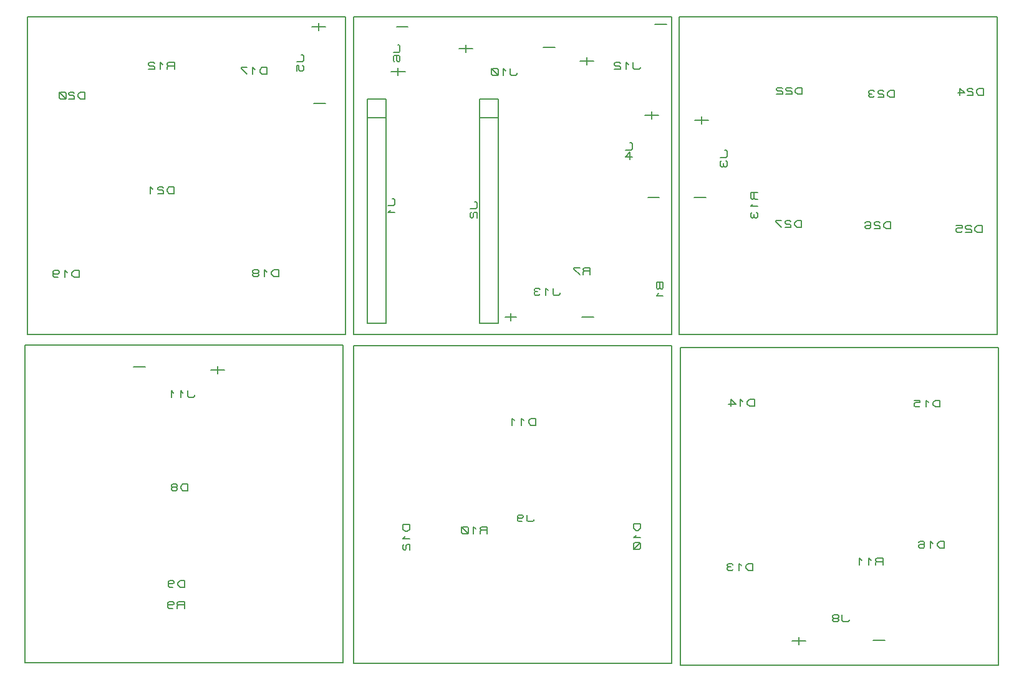
<source format=gbr>
G04 PROTEUS GERBER X2 FILE*
%TF.GenerationSoftware,Labcenter,Proteus,8.9-SP0-Build27865*%
%TF.CreationDate,2020-02-24T18:21:19+00:00*%
%TF.FileFunction,Legend,Bot*%
%TF.FilePolarity,Positive*%
%TF.Part,Single*%
%TF.SameCoordinates,{bab694e6-e1a7-4f03-bc32-dd160c38e7b3}*%
%FSLAX45Y45*%
%MOMM*%
G01*
%TA.AperFunction,Profile*%
%ADD18C,0.203200*%
%TA.AperFunction,Material*%
%ADD20C,0.203200*%
%TD.AperFunction*%
D18*
X-240000Y+660000D02*
X+4078000Y+660000D01*
X+4078000Y+4978000D01*
X-240000Y+4978000D01*
X-240000Y+660000D01*
D20*
X+1473000Y+819000D02*
X+1727000Y+819000D01*
X+1727000Y+3867000D01*
X+1473000Y+3867000D01*
X+1473000Y+819000D01*
X+1473000Y+3613000D02*
X+1727000Y+3613000D01*
X+1401880Y+2470000D02*
X+1417120Y+2470000D01*
X+1432360Y+2454125D01*
X+1432360Y+2390625D01*
X+1417120Y+2374750D01*
X+1340920Y+2374750D01*
X+1356160Y+2327125D02*
X+1340920Y+2311250D01*
X+1340920Y+2263625D01*
X+1356160Y+2247750D01*
X+1371400Y+2247750D01*
X+1386640Y+2263625D01*
X+1386640Y+2311250D01*
X+1401880Y+2327125D01*
X+1432360Y+2327125D01*
X+1432360Y+2247750D01*
X-51000Y+819000D02*
X+203000Y+819000D01*
X+203000Y+3867000D01*
X-51000Y+3867000D01*
X-51000Y+819000D01*
X-51000Y+3613000D02*
X+203000Y+3613000D01*
X+287880Y+2510000D02*
X+303120Y+2510000D01*
X+318360Y+2494125D01*
X+318360Y+2430625D01*
X+303120Y+2414750D01*
X+226920Y+2414750D01*
X+257400Y+2351250D02*
X+226920Y+2319500D01*
X+318360Y+2319500D01*
D18*
X+4180000Y+660000D02*
X+8498000Y+660000D01*
X+8498000Y+4978000D01*
X+4180000Y+4978000D01*
X+4180000Y+660000D01*
X+4200000Y-3830000D02*
X+8518000Y-3830000D01*
X+8518000Y+488000D01*
X+4200000Y+488000D01*
X+4200000Y-3830000D01*
X-4670000Y+660000D02*
X-352000Y+660000D01*
X-352000Y+4978000D01*
X-4670000Y+4978000D01*
X-4670000Y+660000D01*
X-4700000Y-3800000D02*
X-382000Y-3800000D01*
X-382000Y+518000D01*
X-4700000Y+518000D01*
X-4700000Y-3800000D01*
X-240000Y-3810000D02*
X+4078000Y-3810000D01*
X+4078000Y+508000D01*
X-240000Y+508000D01*
X-240000Y-3810000D01*
D20*
X+6487000Y-3211440D02*
X+6487000Y-3226680D01*
X+6471125Y-3241920D01*
X+6407625Y-3241920D01*
X+6391750Y-3226680D01*
X+6391750Y-3150480D01*
X+6328250Y-3196200D02*
X+6344125Y-3180960D01*
X+6344125Y-3165720D01*
X+6328250Y-3150480D01*
X+6280625Y-3150480D01*
X+6264750Y-3165720D01*
X+6264750Y-3180960D01*
X+6280625Y-3196200D01*
X+6328250Y-3196200D01*
X+6344125Y-3211440D01*
X+6344125Y-3226680D01*
X+6328250Y-3241920D01*
X+6280625Y-3241920D01*
X+6264750Y-3226680D01*
X+6264750Y-3211440D01*
X+6280625Y-3196200D01*
X+2207000Y-1849040D02*
X+2207000Y-1864280D01*
X+2191125Y-1879520D01*
X+2127625Y-1879520D01*
X+2111750Y-1864280D01*
X+2111750Y-1788080D01*
X+1984750Y-1818560D02*
X+2000625Y-1833800D01*
X+2048250Y-1833800D01*
X+2064125Y-1818560D01*
X+2064125Y-1803320D01*
X+2048250Y-1788080D01*
X+2000625Y-1788080D01*
X+1984750Y-1803320D01*
X+1984750Y-1864280D01*
X+2000625Y-1879520D01*
X+2048250Y-1879520D01*
X-2399500Y-159040D02*
X-2399500Y-174280D01*
X-2415375Y-189520D01*
X-2478875Y-189520D01*
X-2494750Y-174280D01*
X-2494750Y-98080D01*
X-2558250Y-128560D02*
X-2590000Y-98080D01*
X-2590000Y-189520D01*
X-2685250Y-128560D02*
X-2717000Y-98080D01*
X-2717000Y-189520D01*
X+3650500Y+4298560D02*
X+3650500Y+4283320D01*
X+3634625Y+4268080D01*
X+3571125Y+4268080D01*
X+3555250Y+4283320D01*
X+3555250Y+4359520D01*
X+3491750Y+4329040D02*
X+3460000Y+4359520D01*
X+3460000Y+4268080D01*
X+3380625Y+4344280D02*
X+3364750Y+4359520D01*
X+3317125Y+4359520D01*
X+3301250Y+4344280D01*
X+3301250Y+4329040D01*
X+3317125Y+4313800D01*
X+3364750Y+4313800D01*
X+3380625Y+4298560D01*
X+3380625Y+4268080D01*
X+3301250Y+4268080D01*
X+2560500Y+1230960D02*
X+2560500Y+1215720D01*
X+2544625Y+1200480D01*
X+2481125Y+1200480D01*
X+2465250Y+1215720D01*
X+2465250Y+1291920D01*
X+2401750Y+1261440D02*
X+2370000Y+1291920D01*
X+2370000Y+1200480D01*
X+2290625Y+1276680D02*
X+2274750Y+1291920D01*
X+2227125Y+1291920D01*
X+2211250Y+1276680D01*
X+2211250Y+1261440D01*
X+2227125Y+1246200D01*
X+2211250Y+1230960D01*
X+2211250Y+1215720D01*
X+2227125Y+1200480D01*
X+2274750Y+1200480D01*
X+2290625Y+1215720D01*
X+2258875Y+1246200D02*
X+2227125Y+1246200D01*
X+4799040Y+3167000D02*
X+4814280Y+3167000D01*
X+4829520Y+3151125D01*
X+4829520Y+3087625D01*
X+4814280Y+3071750D01*
X+4738080Y+3071750D01*
X+4753320Y+3024125D02*
X+4738080Y+3008250D01*
X+4738080Y+2960625D01*
X+4753320Y+2944750D01*
X+4768560Y+2944750D01*
X+4783800Y+2960625D01*
X+4799040Y+2944750D01*
X+4814280Y+2944750D01*
X+4829520Y+2960625D01*
X+4829520Y+3008250D01*
X+4814280Y+3024125D01*
X+4783800Y+2992375D02*
X+4783800Y+2960625D01*
X+3511440Y+3267000D02*
X+3526680Y+3267000D01*
X+3541920Y+3251125D01*
X+3541920Y+3187625D01*
X+3526680Y+3171750D01*
X+3450480Y+3171750D01*
X+3511440Y+3044750D02*
X+3511440Y+3140000D01*
X+3450480Y+3076500D01*
X+3541920Y+3076500D01*
X-950960Y+4467000D02*
X-935720Y+4467000D01*
X-920480Y+4451125D01*
X-920480Y+4387625D01*
X-935720Y+4371750D01*
X-1011920Y+4371750D01*
X-1011920Y+4244750D02*
X-1011920Y+4324125D01*
X-981440Y+4324125D01*
X-981440Y+4260625D01*
X-966200Y+4244750D01*
X-935720Y+4244750D01*
X-920480Y+4260625D01*
X-920480Y+4308250D01*
X-935720Y+4324125D01*
X+359040Y+4597000D02*
X+374280Y+4597000D01*
X+389520Y+4581125D01*
X+389520Y+4517625D01*
X+374280Y+4501750D01*
X+298080Y+4501750D01*
X+313320Y+4374750D02*
X+298080Y+4390625D01*
X+298080Y+4438250D01*
X+313320Y+4454125D01*
X+374280Y+4454125D01*
X+389520Y+4438250D01*
X+389520Y+4390625D01*
X+374280Y+4374750D01*
X+359040Y+4374750D01*
X+343800Y+4390625D01*
X+343800Y+4454125D01*
X+1190000Y+4553000D02*
X+1380500Y+4553000D01*
X+1285250Y+4603800D02*
X+1285250Y+4502200D01*
X+5900000Y-3503000D02*
X+5709500Y-3503000D01*
X+5804750Y-3553800D02*
X+5804750Y-3452200D01*
X+460000Y+4237000D02*
X+269500Y+4237000D01*
X+364750Y+4186200D02*
X+364750Y+4287800D01*
X+2830000Y+4383000D02*
X+3020500Y+4383000D01*
X+2925250Y+4433800D02*
X+2925250Y+4332200D01*
X+3710000Y+3643000D02*
X+3900500Y+3643000D01*
X+3805250Y+3693800D02*
X+3805250Y+3592200D01*
X+5840500Y+2120480D02*
X+5840500Y+2211920D01*
X+5777000Y+2211920D01*
X+5745250Y+2181440D01*
X+5745250Y+2150960D01*
X+5777000Y+2120480D01*
X+5840500Y+2120480D01*
X+5697625Y+2196680D02*
X+5681750Y+2211920D01*
X+5634125Y+2211920D01*
X+5618250Y+2196680D01*
X+5618250Y+2181440D01*
X+5634125Y+2166200D01*
X+5681750Y+2166200D01*
X+5697625Y+2150960D01*
X+5697625Y+2120480D01*
X+5618250Y+2120480D01*
X+5570625Y+2211920D02*
X+5491250Y+2211920D01*
X+5491250Y+2196680D01*
X+5570625Y+2120480D01*
X+7050500Y+2100480D02*
X+7050500Y+2191920D01*
X+6987000Y+2191920D01*
X+6955250Y+2161440D01*
X+6955250Y+2130960D01*
X+6987000Y+2100480D01*
X+7050500Y+2100480D01*
X+6907625Y+2176680D02*
X+6891750Y+2191920D01*
X+6844125Y+2191920D01*
X+6828250Y+2176680D01*
X+6828250Y+2161440D01*
X+6844125Y+2146200D01*
X+6891750Y+2146200D01*
X+6907625Y+2130960D01*
X+6907625Y+2100480D01*
X+6828250Y+2100480D01*
X+6701250Y+2176680D02*
X+6717125Y+2191920D01*
X+6764750Y+2191920D01*
X+6780625Y+2176680D01*
X+6780625Y+2115720D01*
X+6764750Y+2100480D01*
X+6717125Y+2100480D01*
X+6701250Y+2115720D01*
X+6701250Y+2130960D01*
X+6717125Y+2146200D01*
X+6780625Y+2146200D01*
X+5180500Y-2541920D02*
X+5180500Y-2450480D01*
X+5117000Y-2450480D01*
X+5085250Y-2480960D01*
X+5085250Y-2511440D01*
X+5117000Y-2541920D01*
X+5180500Y-2541920D01*
X+5021750Y-2480960D02*
X+4990000Y-2450480D01*
X+4990000Y-2541920D01*
X+4910625Y-2465720D02*
X+4894750Y-2450480D01*
X+4847125Y-2450480D01*
X+4831250Y-2465720D01*
X+4831250Y-2480960D01*
X+4847125Y-2496200D01*
X+4831250Y-2511440D01*
X+4831250Y-2526680D01*
X+4847125Y-2541920D01*
X+4894750Y-2541920D01*
X+4910625Y-2526680D01*
X+4878875Y-2496200D02*
X+4847125Y-2496200D01*
X+5200500Y-311920D02*
X+5200500Y-220480D01*
X+5137000Y-220480D01*
X+5105250Y-250960D01*
X+5105250Y-281440D01*
X+5137000Y-311920D01*
X+5200500Y-311920D01*
X+5041750Y-250960D02*
X+5010000Y-220480D01*
X+5010000Y-311920D01*
X+4851250Y-281440D02*
X+4946500Y-281440D01*
X+4883000Y-220480D01*
X+4883000Y-311920D01*
X+7720500Y-321920D02*
X+7720500Y-230480D01*
X+7657000Y-230480D01*
X+7625250Y-260960D01*
X+7625250Y-291440D01*
X+7657000Y-321920D01*
X+7720500Y-321920D01*
X+7561750Y-260960D02*
X+7530000Y-230480D01*
X+7530000Y-321920D01*
X+7371250Y-230480D02*
X+7450625Y-230480D01*
X+7450625Y-260960D01*
X+7387125Y-260960D01*
X+7371250Y-276200D01*
X+7371250Y-306680D01*
X+7387125Y-321920D01*
X+7434750Y-321920D01*
X+7450625Y-306680D01*
X+7780500Y-2239520D02*
X+7780500Y-2148080D01*
X+7717000Y-2148080D01*
X+7685250Y-2178560D01*
X+7685250Y-2209040D01*
X+7717000Y-2239520D01*
X+7780500Y-2239520D01*
X+7621750Y-2178560D02*
X+7590000Y-2148080D01*
X+7590000Y-2239520D01*
X+7431250Y-2163320D02*
X+7447125Y-2148080D01*
X+7494750Y-2148080D01*
X+7510625Y-2163320D01*
X+7510625Y-2224280D01*
X+7494750Y-2239520D01*
X+7447125Y-2239520D01*
X+7431250Y-2224280D01*
X+7431250Y-2209040D01*
X+7447125Y-2193800D01*
X+7510625Y-2193800D01*
X-1419500Y+4200480D02*
X-1419500Y+4291920D01*
X-1483000Y+4291920D01*
X-1514750Y+4261440D01*
X-1514750Y+4230960D01*
X-1483000Y+4200480D01*
X-1419500Y+4200480D01*
X-1578250Y+4261440D02*
X-1610000Y+4291920D01*
X-1610000Y+4200480D01*
X-1689375Y+4291920D02*
X-1768750Y+4291920D01*
X-1768750Y+4276680D01*
X-1689375Y+4200480D01*
X-1259500Y+1450480D02*
X-1259500Y+1541920D01*
X-1323000Y+1541920D01*
X-1354750Y+1511440D01*
X-1354750Y+1480960D01*
X-1323000Y+1450480D01*
X-1259500Y+1450480D01*
X-1418250Y+1511440D02*
X-1450000Y+1541920D01*
X-1450000Y+1450480D01*
X-1545250Y+1496200D02*
X-1529375Y+1511440D01*
X-1529375Y+1526680D01*
X-1545250Y+1541920D01*
X-1592875Y+1541920D01*
X-1608750Y+1526680D01*
X-1608750Y+1511440D01*
X-1592875Y+1496200D01*
X-1545250Y+1496200D01*
X-1529375Y+1480960D01*
X-1529375Y+1465720D01*
X-1545250Y+1450480D01*
X-1592875Y+1450480D01*
X-1608750Y+1465720D01*
X-1608750Y+1480960D01*
X-1592875Y+1496200D01*
X-3969500Y+1440480D02*
X-3969500Y+1531920D01*
X-4033000Y+1531920D01*
X-4064750Y+1501440D01*
X-4064750Y+1470960D01*
X-4033000Y+1440480D01*
X-3969500Y+1440480D01*
X-4128250Y+1501440D02*
X-4160000Y+1531920D01*
X-4160000Y+1440480D01*
X-4318750Y+1501440D02*
X-4302875Y+1486200D01*
X-4255250Y+1486200D01*
X-4239375Y+1501440D01*
X-4239375Y+1516680D01*
X-4255250Y+1531920D01*
X-4302875Y+1531920D01*
X-4318750Y+1516680D01*
X-4318750Y+1455720D01*
X-4302875Y+1440480D01*
X-4255250Y+1440480D01*
X-3889500Y+3868080D02*
X-3889500Y+3959520D01*
X-3953000Y+3959520D01*
X-3984750Y+3929040D01*
X-3984750Y+3898560D01*
X-3953000Y+3868080D01*
X-3889500Y+3868080D01*
X-4032375Y+3944280D02*
X-4048250Y+3959520D01*
X-4095875Y+3959520D01*
X-4111750Y+3944280D01*
X-4111750Y+3929040D01*
X-4095875Y+3913800D01*
X-4048250Y+3913800D01*
X-4032375Y+3898560D01*
X-4032375Y+3868080D01*
X-4111750Y+3868080D01*
X-4143500Y+3883320D02*
X-4143500Y+3944280D01*
X-4159375Y+3959520D01*
X-4222875Y+3959520D01*
X-4238750Y+3944280D01*
X-4238750Y+3883320D01*
X-4222875Y+3868080D01*
X-4159375Y+3868080D01*
X-4143500Y+3883320D01*
X-4143500Y+3868080D02*
X-4238750Y+3959520D01*
X-2679500Y+2578080D02*
X-2679500Y+2669520D01*
X-2743000Y+2669520D01*
X-2774750Y+2639040D01*
X-2774750Y+2608560D01*
X-2743000Y+2578080D01*
X-2679500Y+2578080D01*
X-2822375Y+2654280D02*
X-2838250Y+2669520D01*
X-2885875Y+2669520D01*
X-2901750Y+2654280D01*
X-2901750Y+2639040D01*
X-2885875Y+2623800D01*
X-2838250Y+2623800D01*
X-2822375Y+2608560D01*
X-2822375Y+2578080D01*
X-2901750Y+2578080D01*
X-2965250Y+2639040D02*
X-2997000Y+2669520D01*
X-2997000Y+2578080D01*
X+5850500Y+3928080D02*
X+5850500Y+4019520D01*
X+5787000Y+4019520D01*
X+5755250Y+3989040D01*
X+5755250Y+3958560D01*
X+5787000Y+3928080D01*
X+5850500Y+3928080D01*
X+5707625Y+4004280D02*
X+5691750Y+4019520D01*
X+5644125Y+4019520D01*
X+5628250Y+4004280D01*
X+5628250Y+3989040D01*
X+5644125Y+3973800D01*
X+5691750Y+3973800D01*
X+5707625Y+3958560D01*
X+5707625Y+3928080D01*
X+5628250Y+3928080D01*
X+5580625Y+4004280D02*
X+5564750Y+4019520D01*
X+5517125Y+4019520D01*
X+5501250Y+4004280D01*
X+5501250Y+3989040D01*
X+5517125Y+3973800D01*
X+5564750Y+3973800D01*
X+5580625Y+3958560D01*
X+5580625Y+3928080D01*
X+5501250Y+3928080D01*
X+7100500Y+3888080D02*
X+7100500Y+3979520D01*
X+7037000Y+3979520D01*
X+7005250Y+3949040D01*
X+7005250Y+3918560D01*
X+7037000Y+3888080D01*
X+7100500Y+3888080D01*
X+6957625Y+3964280D02*
X+6941750Y+3979520D01*
X+6894125Y+3979520D01*
X+6878250Y+3964280D01*
X+6878250Y+3949040D01*
X+6894125Y+3933800D01*
X+6941750Y+3933800D01*
X+6957625Y+3918560D01*
X+6957625Y+3888080D01*
X+6878250Y+3888080D01*
X+6830625Y+3964280D02*
X+6814750Y+3979520D01*
X+6767125Y+3979520D01*
X+6751250Y+3964280D01*
X+6751250Y+3949040D01*
X+6767125Y+3933800D01*
X+6751250Y+3918560D01*
X+6751250Y+3903320D01*
X+6767125Y+3888080D01*
X+6814750Y+3888080D01*
X+6830625Y+3903320D01*
X+6798875Y+3933800D02*
X+6767125Y+3933800D01*
X+8310500Y+3918080D02*
X+8310500Y+4009520D01*
X+8247000Y+4009520D01*
X+8215250Y+3979040D01*
X+8215250Y+3948560D01*
X+8247000Y+3918080D01*
X+8310500Y+3918080D01*
X+8167625Y+3994280D02*
X+8151750Y+4009520D01*
X+8104125Y+4009520D01*
X+8088250Y+3994280D01*
X+8088250Y+3979040D01*
X+8104125Y+3963800D01*
X+8151750Y+3963800D01*
X+8167625Y+3948560D01*
X+8167625Y+3918080D01*
X+8088250Y+3918080D01*
X+7961250Y+3948560D02*
X+8056500Y+3948560D01*
X+7993000Y+4009520D01*
X+7993000Y+3918080D01*
X+8290500Y+2050480D02*
X+8290500Y+2141920D01*
X+8227000Y+2141920D01*
X+8195250Y+2111440D01*
X+8195250Y+2080960D01*
X+8227000Y+2050480D01*
X+8290500Y+2050480D01*
X+8147625Y+2126680D02*
X+8131750Y+2141920D01*
X+8084125Y+2141920D01*
X+8068250Y+2126680D01*
X+8068250Y+2111440D01*
X+8084125Y+2096200D01*
X+8131750Y+2096200D01*
X+8147625Y+2080960D01*
X+8147625Y+2050480D01*
X+8068250Y+2050480D01*
X+7941250Y+2141920D02*
X+8020625Y+2141920D01*
X+8020625Y+2111440D01*
X+7957125Y+2111440D01*
X+7941250Y+2096200D01*
X+7941250Y+2065720D01*
X+7957125Y+2050480D01*
X+8004750Y+2050480D01*
X+8020625Y+2065720D01*
X-2493000Y-1459520D02*
X-2493000Y-1368080D01*
X-2556500Y-1368080D01*
X-2588250Y-1398560D01*
X-2588250Y-1429040D01*
X-2556500Y-1459520D01*
X-2493000Y-1459520D01*
X-2651750Y-1413800D02*
X-2635875Y-1398560D01*
X-2635875Y-1383320D01*
X-2651750Y-1368080D01*
X-2699375Y-1368080D01*
X-2715250Y-1383320D01*
X-2715250Y-1398560D01*
X-2699375Y-1413800D01*
X-2651750Y-1413800D01*
X-2635875Y-1429040D01*
X-2635875Y-1444280D01*
X-2651750Y-1459520D01*
X-2699375Y-1459520D01*
X-2715250Y-1444280D01*
X-2715250Y-1429040D01*
X-2699375Y-1413800D01*
X-2533000Y-2771920D02*
X-2533000Y-2680480D01*
X-2596500Y-2680480D01*
X-2628250Y-2710960D01*
X-2628250Y-2741440D01*
X-2596500Y-2771920D01*
X-2533000Y-2771920D01*
X-2755250Y-2710960D02*
X-2739375Y-2726200D01*
X-2691750Y-2726200D01*
X-2675875Y-2710960D01*
X-2675875Y-2695720D01*
X-2691750Y-2680480D01*
X-2739375Y-2680480D01*
X-2755250Y-2695720D01*
X-2755250Y-2756680D01*
X-2739375Y-2771920D01*
X-2691750Y-2771920D01*
X+3651920Y-1909500D02*
X+3560480Y-1909500D01*
X+3560480Y-1973000D01*
X+3590960Y-2004750D01*
X+3621440Y-2004750D01*
X+3651920Y-1973000D01*
X+3651920Y-1909500D01*
X+3590960Y-2068250D02*
X+3560480Y-2100000D01*
X+3651920Y-2100000D01*
X+3636680Y-2163500D02*
X+3575720Y-2163500D01*
X+3560480Y-2179375D01*
X+3560480Y-2242875D01*
X+3575720Y-2258750D01*
X+3636680Y-2258750D01*
X+3651920Y-2242875D01*
X+3651920Y-2179375D01*
X+3636680Y-2163500D01*
X+3651920Y-2163500D02*
X+3560480Y-2258750D01*
X+2230500Y-569520D02*
X+2230500Y-478080D01*
X+2167000Y-478080D01*
X+2135250Y-508560D01*
X+2135250Y-539040D01*
X+2167000Y-569520D01*
X+2230500Y-569520D01*
X+2071750Y-508560D02*
X+2040000Y-478080D01*
X+2040000Y-569520D01*
X+1944750Y-508560D02*
X+1913000Y-478080D01*
X+1913000Y-569520D01*
X+519520Y-1919500D02*
X+428080Y-1919500D01*
X+428080Y-1983000D01*
X+458560Y-2014750D01*
X+489040Y-2014750D01*
X+519520Y-1983000D01*
X+519520Y-1919500D01*
X+458560Y-2078250D02*
X+428080Y-2110000D01*
X+519520Y-2110000D01*
X+443320Y-2189375D02*
X+428080Y-2205250D01*
X+428080Y-2252875D01*
X+443320Y-2268750D01*
X+458560Y-2268750D01*
X+473800Y-2252875D01*
X+473800Y-2205250D01*
X+489040Y-2189375D01*
X+519520Y-2189375D01*
X+519520Y-2268750D01*
X+6945500Y-2469520D02*
X+6945500Y-2378080D01*
X+6866125Y-2378080D01*
X+6850250Y-2393320D01*
X+6850250Y-2408560D01*
X+6866125Y-2423800D01*
X+6945500Y-2423800D01*
X+6866125Y-2423800D02*
X+6850250Y-2439040D01*
X+6850250Y-2469520D01*
X+6786750Y-2408560D02*
X+6755000Y-2378080D01*
X+6755000Y-2469520D01*
X+6659750Y-2408560D02*
X+6628000Y-2378080D01*
X+6628000Y-2469520D01*
X-810000Y+4843000D02*
X-619500Y+4843000D01*
X-714750Y+4893800D02*
X-714750Y+4792200D01*
X-2180000Y+183000D02*
X-1989500Y+183000D01*
X-2084750Y+233800D02*
X-2084750Y+132200D01*
X-2674500Y+4268080D02*
X-2674500Y+4359520D01*
X-2753875Y+4359520D01*
X-2769750Y+4344280D01*
X-2769750Y+4329040D01*
X-2753875Y+4313800D01*
X-2674500Y+4313800D01*
X-2753875Y+4313800D02*
X-2769750Y+4298560D01*
X-2769750Y+4268080D01*
X-2833250Y+4329040D02*
X-2865000Y+4359520D01*
X-2865000Y+4268080D01*
X-2944375Y+4344280D02*
X-2960250Y+4359520D01*
X-3007875Y+4359520D01*
X-3023750Y+4344280D01*
X-3023750Y+4329040D01*
X-3007875Y+4313800D01*
X-2960250Y+4313800D01*
X-2944375Y+4298560D01*
X-2944375Y+4268080D01*
X-3023750Y+4268080D01*
X+5241920Y+2595500D02*
X+5150480Y+2595500D01*
X+5150480Y+2516125D01*
X+5165720Y+2500250D01*
X+5180960Y+2500250D01*
X+5196200Y+2516125D01*
X+5196200Y+2595500D01*
X+5196200Y+2516125D02*
X+5211440Y+2500250D01*
X+5241920Y+2500250D01*
X+5180960Y+2436750D02*
X+5150480Y+2405000D01*
X+5241920Y+2405000D01*
X+5165720Y+2325625D02*
X+5150480Y+2309750D01*
X+5150480Y+2262125D01*
X+5165720Y+2246250D01*
X+5180960Y+2246250D01*
X+5196200Y+2262125D01*
X+5211440Y+2246250D01*
X+5226680Y+2246250D01*
X+5241920Y+2262125D01*
X+5241920Y+2309750D01*
X+5226680Y+2325625D01*
X+5196200Y+2293875D02*
X+5196200Y+2262125D01*
X-2538000Y-3059520D02*
X-2538000Y-2968080D01*
X-2617375Y-2968080D01*
X-2633250Y-2983320D01*
X-2633250Y-2998560D01*
X-2617375Y-3013800D01*
X-2538000Y-3013800D01*
X-2617375Y-3013800D02*
X-2633250Y-3029040D01*
X-2633250Y-3059520D01*
X-2760250Y-2998560D02*
X-2744375Y-3013800D01*
X-2696750Y-3013800D01*
X-2680875Y-2998560D01*
X-2680875Y-2983320D01*
X-2696750Y-2968080D01*
X-2744375Y-2968080D01*
X-2760250Y-2983320D01*
X-2760250Y-3044280D01*
X-2744375Y-3059520D01*
X-2696750Y-3059520D01*
X+1575500Y-2041920D02*
X+1575500Y-1950480D01*
X+1496125Y-1950480D01*
X+1480250Y-1965720D01*
X+1480250Y-1980960D01*
X+1496125Y-1996200D01*
X+1575500Y-1996200D01*
X+1496125Y-1996200D02*
X+1480250Y-2011440D01*
X+1480250Y-2041920D01*
X+1416750Y-1980960D02*
X+1385000Y-1950480D01*
X+1385000Y-2041920D01*
X+1321500Y-2026680D02*
X+1321500Y-1965720D01*
X+1305625Y-1950480D01*
X+1242125Y-1950480D01*
X+1226250Y-1965720D01*
X+1226250Y-2026680D01*
X+1242125Y-2041920D01*
X+1305625Y-2041920D01*
X+1321500Y-2026680D01*
X+1321500Y-2041920D02*
X+1226250Y-1950480D01*
X+1980500Y+4218560D02*
X+1980500Y+4203320D01*
X+1964625Y+4188080D01*
X+1901125Y+4188080D01*
X+1885250Y+4203320D01*
X+1885250Y+4279520D01*
X+1821750Y+4249040D02*
X+1790000Y+4279520D01*
X+1790000Y+4188080D01*
X+1726500Y+4203320D02*
X+1726500Y+4264280D01*
X+1710625Y+4279520D01*
X+1647125Y+4279520D01*
X+1631250Y+4264280D01*
X+1631250Y+4203320D01*
X+1647125Y+4188080D01*
X+1710625Y+4188080D01*
X+1726500Y+4203320D01*
X+1726500Y+4188080D02*
X+1631250Y+4279520D01*
X+4390000Y+3573000D02*
X+4580500Y+3573000D01*
X+4485250Y+3623800D02*
X+4485250Y+3522200D01*
X+4381750Y+2523000D02*
X+4540500Y+2523000D01*
X-3071750Y+223000D02*
X-3230500Y+223000D01*
X+3751750Y+2523000D02*
X+3910500Y+2523000D01*
X-778250Y+3803000D02*
X-619500Y+3803000D01*
X+498250Y+4847000D02*
X+339500Y+4847000D01*
X+2331750Y+4563000D02*
X+2490500Y+4563000D01*
X+2861750Y+903000D02*
X+3020500Y+903000D01*
X+3851750Y+4883000D02*
X+4010500Y+4883000D01*
X+6811750Y-3497000D02*
X+6970500Y-3497000D01*
X+1820000Y+903000D02*
X+1972400Y+903000D01*
X+1896200Y+953800D02*
X+1896200Y+852200D01*
X+3961920Y+1377000D02*
X+3870480Y+1377000D01*
X+3870480Y+1297625D01*
X+3885720Y+1281750D01*
X+3900960Y+1281750D01*
X+3916200Y+1297625D01*
X+3931440Y+1281750D01*
X+3946680Y+1281750D01*
X+3961920Y+1297625D01*
X+3961920Y+1377000D01*
X+3916200Y+1377000D02*
X+3916200Y+1297625D01*
X+3900960Y+1218250D02*
X+3870480Y+1186500D01*
X+3961920Y+1186500D01*
X+2972000Y+1480480D02*
X+2972000Y+1571920D01*
X+2892625Y+1571920D01*
X+2876750Y+1556680D01*
X+2876750Y+1541440D01*
X+2892625Y+1526200D01*
X+2972000Y+1526200D01*
X+2892625Y+1526200D02*
X+2876750Y+1510960D01*
X+2876750Y+1480480D01*
X+2829125Y+1571920D02*
X+2749750Y+1571920D01*
X+2749750Y+1556680D01*
X+2829125Y+1480480D01*
M02*

</source>
